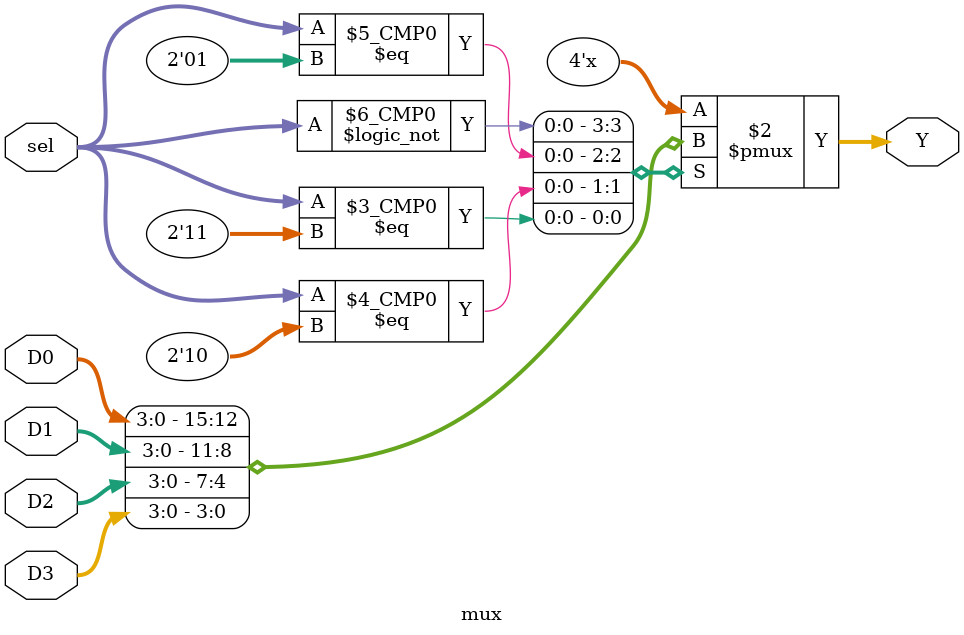
<source format=v>
`timescale 1ns / 1ps


module mux(
    input [3:0]D0, D1, D2, D3,
    input [1:0]sel,
    output reg [3:0]Y
    );
    
always @(*) begin
    case(sel)
    2'b00: Y <= D0;
    2'b01: Y <= D1;
    2'b10: Y <= D2;
    2'b11: Y <= D3;
    default: Y <= 4'b0000;
    endcase

end
endmodule

</source>
